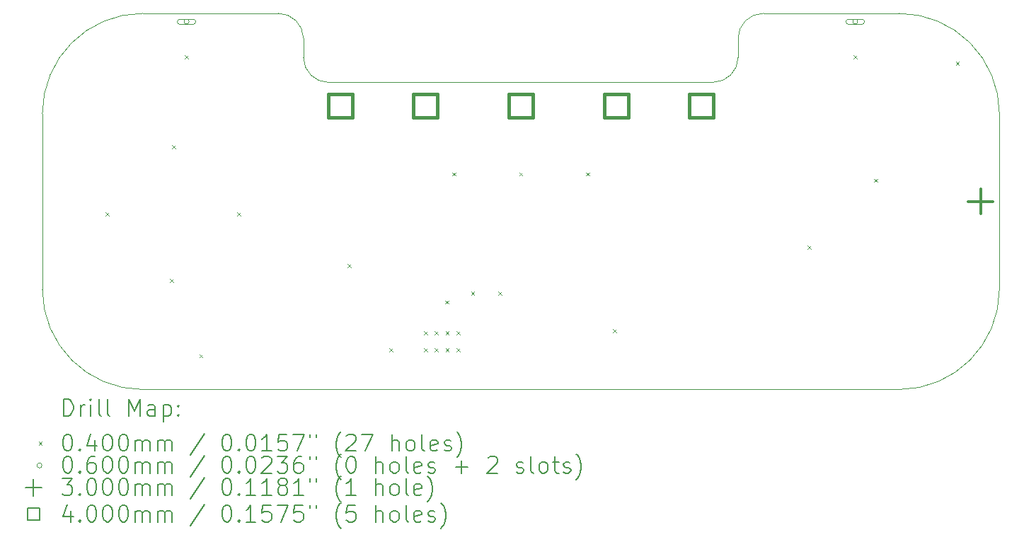
<source format=gbr>
%TF.GenerationSoftware,KiCad,Pcbnew,8.0.2-1*%
%TF.CreationDate,2024-07-01T16:56:07+01:00*%
%TF.ProjectId,solderbit-gamepad,736f6c64-6572-4626-9974-2d67616d6570,v1.4*%
%TF.SameCoordinates,Original*%
%TF.FileFunction,Drillmap*%
%TF.FilePolarity,Positive*%
%FSLAX45Y45*%
G04 Gerber Fmt 4.5, Leading zero omitted, Abs format (unit mm)*
G04 Created by KiCad (PCBNEW 8.0.2-1) date 2024-07-01 16:56:07*
%MOMM*%
%LPD*%
G01*
G04 APERTURE LIST*
%ADD10C,0.100000*%
%ADD11C,0.200000*%
%ADD12C,0.300000*%
%ADD13C,0.400000*%
G04 APERTURE END LIST*
D10*
X7524990Y-3651472D02*
G75*
G02*
X7825000Y-3949275I0J-300018D01*
G01*
X13326039Y-3651472D02*
X14951470Y-3651472D01*
X12725000Y-4476472D02*
X8125000Y-4476472D01*
X14951470Y-3651472D02*
G75*
G02*
X16151468Y-4851472I0J-1199998D01*
G01*
X13025000Y-4176470D02*
X13025000Y-3951470D01*
X16151472Y-4851472D02*
X16151472Y-6951472D01*
X16151472Y-6951472D02*
G75*
G02*
X14951472Y-8151472I-1200000J0D01*
G01*
X8125000Y-4476472D02*
G75*
G02*
X7825008Y-4176472I0J299992D01*
G01*
X4701472Y-4851472D02*
X4701472Y-6951472D01*
X14951472Y-8151472D02*
X5901472Y-8151472D01*
X4701472Y-4851472D02*
G75*
G02*
X5901472Y-3651472I1200000J0D01*
G01*
X7825000Y-4176472D02*
X7825000Y-3949275D01*
X13025000Y-3951470D02*
G75*
G02*
X13326039Y-3651472I300000J0D01*
G01*
X5901472Y-8151472D02*
G75*
G02*
X4701472Y-6951472I0J1200000D01*
G01*
X13025000Y-4176470D02*
G75*
G02*
X12725000Y-4476470I-300000J0D01*
G01*
X7524990Y-3651472D02*
X5901472Y-3651472D01*
D11*
D10*
X5455000Y-6030000D02*
X5495000Y-6070000D01*
X5495000Y-6030000D02*
X5455000Y-6070000D01*
X6230000Y-6830000D02*
X6270000Y-6870000D01*
X6270000Y-6830000D02*
X6230000Y-6870000D01*
X6255000Y-5230000D02*
X6295000Y-5270000D01*
X6295000Y-5230000D02*
X6255000Y-5270000D01*
X6405000Y-4155000D02*
X6445000Y-4195000D01*
X6445000Y-4155000D02*
X6405000Y-4195000D01*
X6580000Y-7730000D02*
X6620000Y-7770000D01*
X6620000Y-7730000D02*
X6580000Y-7770000D01*
X7030000Y-6030000D02*
X7070000Y-6070000D01*
X7070000Y-6030000D02*
X7030000Y-6070000D01*
X8355000Y-6647500D02*
X8395000Y-6687500D01*
X8395000Y-6647500D02*
X8355000Y-6687500D01*
X8855000Y-7655000D02*
X8895000Y-7695000D01*
X8895000Y-7655000D02*
X8855000Y-7695000D01*
X9264999Y-7455000D02*
X9304999Y-7495000D01*
X9304999Y-7455000D02*
X9264999Y-7495000D01*
X9264999Y-7655000D02*
X9304999Y-7695000D01*
X9304999Y-7655000D02*
X9264999Y-7695000D01*
X9394999Y-7455000D02*
X9434999Y-7495000D01*
X9434999Y-7455000D02*
X9394999Y-7495000D01*
X9394999Y-7655000D02*
X9434999Y-7695000D01*
X9434999Y-7655000D02*
X9394999Y-7695000D01*
X9522658Y-7086618D02*
X9562658Y-7126618D01*
X9562658Y-7086618D02*
X9522658Y-7126618D01*
X9525000Y-7455000D02*
X9565000Y-7495000D01*
X9565000Y-7455000D02*
X9525000Y-7495000D01*
X9525000Y-7655000D02*
X9565000Y-7695000D01*
X9565000Y-7655000D02*
X9525000Y-7695000D01*
X9605000Y-5555000D02*
X9645000Y-5595000D01*
X9645000Y-5555000D02*
X9605000Y-5595000D01*
X9655000Y-7455000D02*
X9695000Y-7495000D01*
X9695000Y-7455000D02*
X9655000Y-7495000D01*
X9655000Y-7655000D02*
X9695000Y-7695000D01*
X9695000Y-7655000D02*
X9655000Y-7695000D01*
X9830000Y-6980000D02*
X9870000Y-7020000D01*
X9870000Y-6980000D02*
X9830000Y-7020000D01*
X10155000Y-6980000D02*
X10195000Y-7020000D01*
X10195000Y-6980000D02*
X10155000Y-7020000D01*
X10406472Y-5555000D02*
X10446472Y-5595000D01*
X10446472Y-5555000D02*
X10406472Y-5595000D01*
X11205000Y-5555000D02*
X11245000Y-5595000D01*
X11245000Y-5555000D02*
X11205000Y-5595000D01*
X11530000Y-7430000D02*
X11570000Y-7470000D01*
X11570000Y-7430000D02*
X11530000Y-7470000D01*
X13855000Y-6430000D02*
X13895000Y-6470000D01*
X13895000Y-6430000D02*
X13855000Y-6470000D01*
X14405000Y-4155000D02*
X14445000Y-4195000D01*
X14445000Y-4155000D02*
X14405000Y-4195000D01*
X14655000Y-5630000D02*
X14695000Y-5670000D01*
X14695000Y-5630000D02*
X14655000Y-5670000D01*
X15630000Y-4230000D02*
X15670000Y-4270000D01*
X15670000Y-4230000D02*
X15630000Y-4270000D01*
X6456472Y-3751472D02*
G75*
G02*
X6396472Y-3751472I-30000J0D01*
G01*
X6396472Y-3751472D02*
G75*
G02*
X6456472Y-3751472I30000J0D01*
G01*
X6346472Y-3781472D02*
X6506472Y-3781472D01*
X6506472Y-3721472D02*
G75*
G02*
X6506472Y-3781472I0J-30000D01*
G01*
X6506472Y-3721472D02*
X6346472Y-3721472D01*
X6346472Y-3721472D02*
G75*
G03*
X6346472Y-3781472I0J-30000D01*
G01*
X14456472Y-3751472D02*
G75*
G02*
X14396472Y-3751472I-30000J0D01*
G01*
X14396472Y-3751472D02*
G75*
G02*
X14456472Y-3751472I30000J0D01*
G01*
X14346472Y-3781472D02*
X14506472Y-3781472D01*
X14506472Y-3721472D02*
G75*
G02*
X14506472Y-3781472I0J-30000D01*
G01*
X14506472Y-3721472D02*
X14346472Y-3721472D01*
X14346472Y-3721472D02*
G75*
G03*
X14346472Y-3781472I0J-30000D01*
G01*
D12*
X15926472Y-5751472D02*
X15926472Y-6051472D01*
X15776472Y-5901472D02*
X16076472Y-5901472D01*
D13*
X8408895Y-4897895D02*
X8408895Y-4615049D01*
X8126049Y-4615049D01*
X8126049Y-4897895D01*
X8408895Y-4897895D01*
X9424895Y-4897895D02*
X9424895Y-4615049D01*
X9142049Y-4615049D01*
X9142049Y-4897895D01*
X9424895Y-4897895D01*
X10567895Y-4897895D02*
X10567895Y-4615049D01*
X10285049Y-4615049D01*
X10285049Y-4897895D01*
X10567895Y-4897895D01*
X11710895Y-4897895D02*
X11710895Y-4615049D01*
X11428049Y-4615049D01*
X11428049Y-4897895D01*
X11710895Y-4897895D01*
X12726895Y-4897895D02*
X12726895Y-4615049D01*
X12444049Y-4615049D01*
X12444049Y-4897895D01*
X12726895Y-4897895D01*
D11*
X4957249Y-8467956D02*
X4957249Y-8267956D01*
X4957249Y-8267956D02*
X5004868Y-8267956D01*
X5004868Y-8267956D02*
X5033439Y-8277479D01*
X5033439Y-8277479D02*
X5052487Y-8296527D01*
X5052487Y-8296527D02*
X5062011Y-8315575D01*
X5062011Y-8315575D02*
X5071534Y-8353670D01*
X5071534Y-8353670D02*
X5071534Y-8382241D01*
X5071534Y-8382241D02*
X5062011Y-8420337D01*
X5062011Y-8420337D02*
X5052487Y-8439384D01*
X5052487Y-8439384D02*
X5033439Y-8458432D01*
X5033439Y-8458432D02*
X5004868Y-8467956D01*
X5004868Y-8467956D02*
X4957249Y-8467956D01*
X5157249Y-8467956D02*
X5157249Y-8334622D01*
X5157249Y-8372718D02*
X5166773Y-8353670D01*
X5166773Y-8353670D02*
X5176296Y-8344146D01*
X5176296Y-8344146D02*
X5195344Y-8334622D01*
X5195344Y-8334622D02*
X5214392Y-8334622D01*
X5281058Y-8467956D02*
X5281058Y-8334622D01*
X5281058Y-8267956D02*
X5271534Y-8277479D01*
X5271534Y-8277479D02*
X5281058Y-8287003D01*
X5281058Y-8287003D02*
X5290582Y-8277479D01*
X5290582Y-8277479D02*
X5281058Y-8267956D01*
X5281058Y-8267956D02*
X5281058Y-8287003D01*
X5404868Y-8467956D02*
X5385820Y-8458432D01*
X5385820Y-8458432D02*
X5376296Y-8439384D01*
X5376296Y-8439384D02*
X5376296Y-8267956D01*
X5509630Y-8467956D02*
X5490582Y-8458432D01*
X5490582Y-8458432D02*
X5481058Y-8439384D01*
X5481058Y-8439384D02*
X5481058Y-8267956D01*
X5738201Y-8467956D02*
X5738201Y-8267956D01*
X5738201Y-8267956D02*
X5804868Y-8410813D01*
X5804868Y-8410813D02*
X5871534Y-8267956D01*
X5871534Y-8267956D02*
X5871534Y-8467956D01*
X6052487Y-8467956D02*
X6052487Y-8363194D01*
X6052487Y-8363194D02*
X6042963Y-8344146D01*
X6042963Y-8344146D02*
X6023915Y-8334622D01*
X6023915Y-8334622D02*
X5985820Y-8334622D01*
X5985820Y-8334622D02*
X5966772Y-8344146D01*
X6052487Y-8458432D02*
X6033439Y-8467956D01*
X6033439Y-8467956D02*
X5985820Y-8467956D01*
X5985820Y-8467956D02*
X5966772Y-8458432D01*
X5966772Y-8458432D02*
X5957249Y-8439384D01*
X5957249Y-8439384D02*
X5957249Y-8420337D01*
X5957249Y-8420337D02*
X5966772Y-8401289D01*
X5966772Y-8401289D02*
X5985820Y-8391765D01*
X5985820Y-8391765D02*
X6033439Y-8391765D01*
X6033439Y-8391765D02*
X6052487Y-8382241D01*
X6147725Y-8334622D02*
X6147725Y-8534622D01*
X6147725Y-8344146D02*
X6166772Y-8334622D01*
X6166772Y-8334622D02*
X6204868Y-8334622D01*
X6204868Y-8334622D02*
X6223915Y-8344146D01*
X6223915Y-8344146D02*
X6233439Y-8353670D01*
X6233439Y-8353670D02*
X6242963Y-8372718D01*
X6242963Y-8372718D02*
X6242963Y-8429860D01*
X6242963Y-8429860D02*
X6233439Y-8448908D01*
X6233439Y-8448908D02*
X6223915Y-8458432D01*
X6223915Y-8458432D02*
X6204868Y-8467956D01*
X6204868Y-8467956D02*
X6166772Y-8467956D01*
X6166772Y-8467956D02*
X6147725Y-8458432D01*
X6328677Y-8448908D02*
X6338201Y-8458432D01*
X6338201Y-8458432D02*
X6328677Y-8467956D01*
X6328677Y-8467956D02*
X6319153Y-8458432D01*
X6319153Y-8458432D02*
X6328677Y-8448908D01*
X6328677Y-8448908D02*
X6328677Y-8467956D01*
X6328677Y-8344146D02*
X6338201Y-8353670D01*
X6338201Y-8353670D02*
X6328677Y-8363194D01*
X6328677Y-8363194D02*
X6319153Y-8353670D01*
X6319153Y-8353670D02*
X6328677Y-8344146D01*
X6328677Y-8344146D02*
X6328677Y-8363194D01*
D10*
X4656472Y-8776472D02*
X4696472Y-8816472D01*
X4696472Y-8776472D02*
X4656472Y-8816472D01*
D11*
X4995344Y-8687956D02*
X5014392Y-8687956D01*
X5014392Y-8687956D02*
X5033439Y-8697480D01*
X5033439Y-8697480D02*
X5042963Y-8707003D01*
X5042963Y-8707003D02*
X5052487Y-8726051D01*
X5052487Y-8726051D02*
X5062011Y-8764146D01*
X5062011Y-8764146D02*
X5062011Y-8811765D01*
X5062011Y-8811765D02*
X5052487Y-8849860D01*
X5052487Y-8849860D02*
X5042963Y-8868908D01*
X5042963Y-8868908D02*
X5033439Y-8878432D01*
X5033439Y-8878432D02*
X5014392Y-8887956D01*
X5014392Y-8887956D02*
X4995344Y-8887956D01*
X4995344Y-8887956D02*
X4976296Y-8878432D01*
X4976296Y-8878432D02*
X4966773Y-8868908D01*
X4966773Y-8868908D02*
X4957249Y-8849860D01*
X4957249Y-8849860D02*
X4947725Y-8811765D01*
X4947725Y-8811765D02*
X4947725Y-8764146D01*
X4947725Y-8764146D02*
X4957249Y-8726051D01*
X4957249Y-8726051D02*
X4966773Y-8707003D01*
X4966773Y-8707003D02*
X4976296Y-8697480D01*
X4976296Y-8697480D02*
X4995344Y-8687956D01*
X5147725Y-8868908D02*
X5157249Y-8878432D01*
X5157249Y-8878432D02*
X5147725Y-8887956D01*
X5147725Y-8887956D02*
X5138201Y-8878432D01*
X5138201Y-8878432D02*
X5147725Y-8868908D01*
X5147725Y-8868908D02*
X5147725Y-8887956D01*
X5328677Y-8754622D02*
X5328677Y-8887956D01*
X5281058Y-8678432D02*
X5233439Y-8821289D01*
X5233439Y-8821289D02*
X5357249Y-8821289D01*
X5471534Y-8687956D02*
X5490582Y-8687956D01*
X5490582Y-8687956D02*
X5509630Y-8697480D01*
X5509630Y-8697480D02*
X5519154Y-8707003D01*
X5519154Y-8707003D02*
X5528677Y-8726051D01*
X5528677Y-8726051D02*
X5538201Y-8764146D01*
X5538201Y-8764146D02*
X5538201Y-8811765D01*
X5538201Y-8811765D02*
X5528677Y-8849860D01*
X5528677Y-8849860D02*
X5519154Y-8868908D01*
X5519154Y-8868908D02*
X5509630Y-8878432D01*
X5509630Y-8878432D02*
X5490582Y-8887956D01*
X5490582Y-8887956D02*
X5471534Y-8887956D01*
X5471534Y-8887956D02*
X5452487Y-8878432D01*
X5452487Y-8878432D02*
X5442963Y-8868908D01*
X5442963Y-8868908D02*
X5433439Y-8849860D01*
X5433439Y-8849860D02*
X5423915Y-8811765D01*
X5423915Y-8811765D02*
X5423915Y-8764146D01*
X5423915Y-8764146D02*
X5433439Y-8726051D01*
X5433439Y-8726051D02*
X5442963Y-8707003D01*
X5442963Y-8707003D02*
X5452487Y-8697480D01*
X5452487Y-8697480D02*
X5471534Y-8687956D01*
X5662011Y-8687956D02*
X5681058Y-8687956D01*
X5681058Y-8687956D02*
X5700106Y-8697480D01*
X5700106Y-8697480D02*
X5709630Y-8707003D01*
X5709630Y-8707003D02*
X5719153Y-8726051D01*
X5719153Y-8726051D02*
X5728677Y-8764146D01*
X5728677Y-8764146D02*
X5728677Y-8811765D01*
X5728677Y-8811765D02*
X5719153Y-8849860D01*
X5719153Y-8849860D02*
X5709630Y-8868908D01*
X5709630Y-8868908D02*
X5700106Y-8878432D01*
X5700106Y-8878432D02*
X5681058Y-8887956D01*
X5681058Y-8887956D02*
X5662011Y-8887956D01*
X5662011Y-8887956D02*
X5642963Y-8878432D01*
X5642963Y-8878432D02*
X5633439Y-8868908D01*
X5633439Y-8868908D02*
X5623915Y-8849860D01*
X5623915Y-8849860D02*
X5614392Y-8811765D01*
X5614392Y-8811765D02*
X5614392Y-8764146D01*
X5614392Y-8764146D02*
X5623915Y-8726051D01*
X5623915Y-8726051D02*
X5633439Y-8707003D01*
X5633439Y-8707003D02*
X5642963Y-8697480D01*
X5642963Y-8697480D02*
X5662011Y-8687956D01*
X5814392Y-8887956D02*
X5814392Y-8754622D01*
X5814392Y-8773670D02*
X5823915Y-8764146D01*
X5823915Y-8764146D02*
X5842963Y-8754622D01*
X5842963Y-8754622D02*
X5871534Y-8754622D01*
X5871534Y-8754622D02*
X5890582Y-8764146D01*
X5890582Y-8764146D02*
X5900106Y-8783194D01*
X5900106Y-8783194D02*
X5900106Y-8887956D01*
X5900106Y-8783194D02*
X5909630Y-8764146D01*
X5909630Y-8764146D02*
X5928677Y-8754622D01*
X5928677Y-8754622D02*
X5957249Y-8754622D01*
X5957249Y-8754622D02*
X5976296Y-8764146D01*
X5976296Y-8764146D02*
X5985820Y-8783194D01*
X5985820Y-8783194D02*
X5985820Y-8887956D01*
X6081058Y-8887956D02*
X6081058Y-8754622D01*
X6081058Y-8773670D02*
X6090582Y-8764146D01*
X6090582Y-8764146D02*
X6109630Y-8754622D01*
X6109630Y-8754622D02*
X6138201Y-8754622D01*
X6138201Y-8754622D02*
X6157249Y-8764146D01*
X6157249Y-8764146D02*
X6166773Y-8783194D01*
X6166773Y-8783194D02*
X6166773Y-8887956D01*
X6166773Y-8783194D02*
X6176296Y-8764146D01*
X6176296Y-8764146D02*
X6195344Y-8754622D01*
X6195344Y-8754622D02*
X6223915Y-8754622D01*
X6223915Y-8754622D02*
X6242963Y-8764146D01*
X6242963Y-8764146D02*
X6252487Y-8783194D01*
X6252487Y-8783194D02*
X6252487Y-8887956D01*
X6642963Y-8678432D02*
X6471535Y-8935575D01*
X6900106Y-8687956D02*
X6919154Y-8687956D01*
X6919154Y-8687956D02*
X6938201Y-8697480D01*
X6938201Y-8697480D02*
X6947725Y-8707003D01*
X6947725Y-8707003D02*
X6957249Y-8726051D01*
X6957249Y-8726051D02*
X6966773Y-8764146D01*
X6966773Y-8764146D02*
X6966773Y-8811765D01*
X6966773Y-8811765D02*
X6957249Y-8849860D01*
X6957249Y-8849860D02*
X6947725Y-8868908D01*
X6947725Y-8868908D02*
X6938201Y-8878432D01*
X6938201Y-8878432D02*
X6919154Y-8887956D01*
X6919154Y-8887956D02*
X6900106Y-8887956D01*
X6900106Y-8887956D02*
X6881058Y-8878432D01*
X6881058Y-8878432D02*
X6871535Y-8868908D01*
X6871535Y-8868908D02*
X6862011Y-8849860D01*
X6862011Y-8849860D02*
X6852487Y-8811765D01*
X6852487Y-8811765D02*
X6852487Y-8764146D01*
X6852487Y-8764146D02*
X6862011Y-8726051D01*
X6862011Y-8726051D02*
X6871535Y-8707003D01*
X6871535Y-8707003D02*
X6881058Y-8697480D01*
X6881058Y-8697480D02*
X6900106Y-8687956D01*
X7052487Y-8868908D02*
X7062011Y-8878432D01*
X7062011Y-8878432D02*
X7052487Y-8887956D01*
X7052487Y-8887956D02*
X7042963Y-8878432D01*
X7042963Y-8878432D02*
X7052487Y-8868908D01*
X7052487Y-8868908D02*
X7052487Y-8887956D01*
X7185820Y-8687956D02*
X7204868Y-8687956D01*
X7204868Y-8687956D02*
X7223916Y-8697480D01*
X7223916Y-8697480D02*
X7233439Y-8707003D01*
X7233439Y-8707003D02*
X7242963Y-8726051D01*
X7242963Y-8726051D02*
X7252487Y-8764146D01*
X7252487Y-8764146D02*
X7252487Y-8811765D01*
X7252487Y-8811765D02*
X7242963Y-8849860D01*
X7242963Y-8849860D02*
X7233439Y-8868908D01*
X7233439Y-8868908D02*
X7223916Y-8878432D01*
X7223916Y-8878432D02*
X7204868Y-8887956D01*
X7204868Y-8887956D02*
X7185820Y-8887956D01*
X7185820Y-8887956D02*
X7166773Y-8878432D01*
X7166773Y-8878432D02*
X7157249Y-8868908D01*
X7157249Y-8868908D02*
X7147725Y-8849860D01*
X7147725Y-8849860D02*
X7138201Y-8811765D01*
X7138201Y-8811765D02*
X7138201Y-8764146D01*
X7138201Y-8764146D02*
X7147725Y-8726051D01*
X7147725Y-8726051D02*
X7157249Y-8707003D01*
X7157249Y-8707003D02*
X7166773Y-8697480D01*
X7166773Y-8697480D02*
X7185820Y-8687956D01*
X7442963Y-8887956D02*
X7328677Y-8887956D01*
X7385820Y-8887956D02*
X7385820Y-8687956D01*
X7385820Y-8687956D02*
X7366773Y-8716527D01*
X7366773Y-8716527D02*
X7347725Y-8735575D01*
X7347725Y-8735575D02*
X7328677Y-8745099D01*
X7623916Y-8687956D02*
X7528677Y-8687956D01*
X7528677Y-8687956D02*
X7519154Y-8783194D01*
X7519154Y-8783194D02*
X7528677Y-8773670D01*
X7528677Y-8773670D02*
X7547725Y-8764146D01*
X7547725Y-8764146D02*
X7595344Y-8764146D01*
X7595344Y-8764146D02*
X7614392Y-8773670D01*
X7614392Y-8773670D02*
X7623916Y-8783194D01*
X7623916Y-8783194D02*
X7633439Y-8802241D01*
X7633439Y-8802241D02*
X7633439Y-8849860D01*
X7633439Y-8849860D02*
X7623916Y-8868908D01*
X7623916Y-8868908D02*
X7614392Y-8878432D01*
X7614392Y-8878432D02*
X7595344Y-8887956D01*
X7595344Y-8887956D02*
X7547725Y-8887956D01*
X7547725Y-8887956D02*
X7528677Y-8878432D01*
X7528677Y-8878432D02*
X7519154Y-8868908D01*
X7700106Y-8687956D02*
X7833439Y-8687956D01*
X7833439Y-8687956D02*
X7747725Y-8887956D01*
X7900106Y-8687956D02*
X7900106Y-8726051D01*
X7976297Y-8687956D02*
X7976297Y-8726051D01*
X8271535Y-8964146D02*
X8262011Y-8954622D01*
X8262011Y-8954622D02*
X8242963Y-8926051D01*
X8242963Y-8926051D02*
X8233439Y-8907003D01*
X8233439Y-8907003D02*
X8223916Y-8878432D01*
X8223916Y-8878432D02*
X8214392Y-8830813D01*
X8214392Y-8830813D02*
X8214392Y-8792718D01*
X8214392Y-8792718D02*
X8223916Y-8745099D01*
X8223916Y-8745099D02*
X8233439Y-8716527D01*
X8233439Y-8716527D02*
X8242963Y-8697480D01*
X8242963Y-8697480D02*
X8262011Y-8668908D01*
X8262011Y-8668908D02*
X8271535Y-8659384D01*
X8338201Y-8707003D02*
X8347725Y-8697480D01*
X8347725Y-8697480D02*
X8366773Y-8687956D01*
X8366773Y-8687956D02*
X8414392Y-8687956D01*
X8414392Y-8687956D02*
X8433440Y-8697480D01*
X8433440Y-8697480D02*
X8442963Y-8707003D01*
X8442963Y-8707003D02*
X8452487Y-8726051D01*
X8452487Y-8726051D02*
X8452487Y-8745099D01*
X8452487Y-8745099D02*
X8442963Y-8773670D01*
X8442963Y-8773670D02*
X8328678Y-8887956D01*
X8328678Y-8887956D02*
X8452487Y-8887956D01*
X8519154Y-8687956D02*
X8652487Y-8687956D01*
X8652487Y-8687956D02*
X8566773Y-8887956D01*
X8881059Y-8887956D02*
X8881059Y-8687956D01*
X8966773Y-8887956D02*
X8966773Y-8783194D01*
X8966773Y-8783194D02*
X8957249Y-8764146D01*
X8957249Y-8764146D02*
X8938202Y-8754622D01*
X8938202Y-8754622D02*
X8909630Y-8754622D01*
X8909630Y-8754622D02*
X8890582Y-8764146D01*
X8890582Y-8764146D02*
X8881059Y-8773670D01*
X9090582Y-8887956D02*
X9071535Y-8878432D01*
X9071535Y-8878432D02*
X9062011Y-8868908D01*
X9062011Y-8868908D02*
X9052487Y-8849860D01*
X9052487Y-8849860D02*
X9052487Y-8792718D01*
X9052487Y-8792718D02*
X9062011Y-8773670D01*
X9062011Y-8773670D02*
X9071535Y-8764146D01*
X9071535Y-8764146D02*
X9090582Y-8754622D01*
X9090582Y-8754622D02*
X9119154Y-8754622D01*
X9119154Y-8754622D02*
X9138202Y-8764146D01*
X9138202Y-8764146D02*
X9147725Y-8773670D01*
X9147725Y-8773670D02*
X9157249Y-8792718D01*
X9157249Y-8792718D02*
X9157249Y-8849860D01*
X9157249Y-8849860D02*
X9147725Y-8868908D01*
X9147725Y-8868908D02*
X9138202Y-8878432D01*
X9138202Y-8878432D02*
X9119154Y-8887956D01*
X9119154Y-8887956D02*
X9090582Y-8887956D01*
X9271535Y-8887956D02*
X9252487Y-8878432D01*
X9252487Y-8878432D02*
X9242963Y-8859384D01*
X9242963Y-8859384D02*
X9242963Y-8687956D01*
X9423916Y-8878432D02*
X9404868Y-8887956D01*
X9404868Y-8887956D02*
X9366773Y-8887956D01*
X9366773Y-8887956D02*
X9347725Y-8878432D01*
X9347725Y-8878432D02*
X9338202Y-8859384D01*
X9338202Y-8859384D02*
X9338202Y-8783194D01*
X9338202Y-8783194D02*
X9347725Y-8764146D01*
X9347725Y-8764146D02*
X9366773Y-8754622D01*
X9366773Y-8754622D02*
X9404868Y-8754622D01*
X9404868Y-8754622D02*
X9423916Y-8764146D01*
X9423916Y-8764146D02*
X9433440Y-8783194D01*
X9433440Y-8783194D02*
X9433440Y-8802241D01*
X9433440Y-8802241D02*
X9338202Y-8821289D01*
X9509630Y-8878432D02*
X9528678Y-8887956D01*
X9528678Y-8887956D02*
X9566773Y-8887956D01*
X9566773Y-8887956D02*
X9585821Y-8878432D01*
X9585821Y-8878432D02*
X9595344Y-8859384D01*
X9595344Y-8859384D02*
X9595344Y-8849860D01*
X9595344Y-8849860D02*
X9585821Y-8830813D01*
X9585821Y-8830813D02*
X9566773Y-8821289D01*
X9566773Y-8821289D02*
X9538202Y-8821289D01*
X9538202Y-8821289D02*
X9519154Y-8811765D01*
X9519154Y-8811765D02*
X9509630Y-8792718D01*
X9509630Y-8792718D02*
X9509630Y-8783194D01*
X9509630Y-8783194D02*
X9519154Y-8764146D01*
X9519154Y-8764146D02*
X9538202Y-8754622D01*
X9538202Y-8754622D02*
X9566773Y-8754622D01*
X9566773Y-8754622D02*
X9585821Y-8764146D01*
X9662011Y-8964146D02*
X9671535Y-8954622D01*
X9671535Y-8954622D02*
X9690583Y-8926051D01*
X9690583Y-8926051D02*
X9700106Y-8907003D01*
X9700106Y-8907003D02*
X9709630Y-8878432D01*
X9709630Y-8878432D02*
X9719154Y-8830813D01*
X9719154Y-8830813D02*
X9719154Y-8792718D01*
X9719154Y-8792718D02*
X9709630Y-8745099D01*
X9709630Y-8745099D02*
X9700106Y-8716527D01*
X9700106Y-8716527D02*
X9690583Y-8697480D01*
X9690583Y-8697480D02*
X9671535Y-8668908D01*
X9671535Y-8668908D02*
X9662011Y-8659384D01*
D10*
X4696472Y-9060472D02*
G75*
G02*
X4636472Y-9060472I-30000J0D01*
G01*
X4636472Y-9060472D02*
G75*
G02*
X4696472Y-9060472I30000J0D01*
G01*
D11*
X4995344Y-8951956D02*
X5014392Y-8951956D01*
X5014392Y-8951956D02*
X5033439Y-8961480D01*
X5033439Y-8961480D02*
X5042963Y-8971003D01*
X5042963Y-8971003D02*
X5052487Y-8990051D01*
X5052487Y-8990051D02*
X5062011Y-9028146D01*
X5062011Y-9028146D02*
X5062011Y-9075765D01*
X5062011Y-9075765D02*
X5052487Y-9113860D01*
X5052487Y-9113860D02*
X5042963Y-9132908D01*
X5042963Y-9132908D02*
X5033439Y-9142432D01*
X5033439Y-9142432D02*
X5014392Y-9151956D01*
X5014392Y-9151956D02*
X4995344Y-9151956D01*
X4995344Y-9151956D02*
X4976296Y-9142432D01*
X4976296Y-9142432D02*
X4966773Y-9132908D01*
X4966773Y-9132908D02*
X4957249Y-9113860D01*
X4957249Y-9113860D02*
X4947725Y-9075765D01*
X4947725Y-9075765D02*
X4947725Y-9028146D01*
X4947725Y-9028146D02*
X4957249Y-8990051D01*
X4957249Y-8990051D02*
X4966773Y-8971003D01*
X4966773Y-8971003D02*
X4976296Y-8961480D01*
X4976296Y-8961480D02*
X4995344Y-8951956D01*
X5147725Y-9132908D02*
X5157249Y-9142432D01*
X5157249Y-9142432D02*
X5147725Y-9151956D01*
X5147725Y-9151956D02*
X5138201Y-9142432D01*
X5138201Y-9142432D02*
X5147725Y-9132908D01*
X5147725Y-9132908D02*
X5147725Y-9151956D01*
X5328677Y-8951956D02*
X5290582Y-8951956D01*
X5290582Y-8951956D02*
X5271534Y-8961480D01*
X5271534Y-8961480D02*
X5262011Y-8971003D01*
X5262011Y-8971003D02*
X5242963Y-8999575D01*
X5242963Y-8999575D02*
X5233439Y-9037670D01*
X5233439Y-9037670D02*
X5233439Y-9113860D01*
X5233439Y-9113860D02*
X5242963Y-9132908D01*
X5242963Y-9132908D02*
X5252487Y-9142432D01*
X5252487Y-9142432D02*
X5271534Y-9151956D01*
X5271534Y-9151956D02*
X5309630Y-9151956D01*
X5309630Y-9151956D02*
X5328677Y-9142432D01*
X5328677Y-9142432D02*
X5338201Y-9132908D01*
X5338201Y-9132908D02*
X5347725Y-9113860D01*
X5347725Y-9113860D02*
X5347725Y-9066241D01*
X5347725Y-9066241D02*
X5338201Y-9047194D01*
X5338201Y-9047194D02*
X5328677Y-9037670D01*
X5328677Y-9037670D02*
X5309630Y-9028146D01*
X5309630Y-9028146D02*
X5271534Y-9028146D01*
X5271534Y-9028146D02*
X5252487Y-9037670D01*
X5252487Y-9037670D02*
X5242963Y-9047194D01*
X5242963Y-9047194D02*
X5233439Y-9066241D01*
X5471534Y-8951956D02*
X5490582Y-8951956D01*
X5490582Y-8951956D02*
X5509630Y-8961480D01*
X5509630Y-8961480D02*
X5519154Y-8971003D01*
X5519154Y-8971003D02*
X5528677Y-8990051D01*
X5528677Y-8990051D02*
X5538201Y-9028146D01*
X5538201Y-9028146D02*
X5538201Y-9075765D01*
X5538201Y-9075765D02*
X5528677Y-9113860D01*
X5528677Y-9113860D02*
X5519154Y-9132908D01*
X5519154Y-9132908D02*
X5509630Y-9142432D01*
X5509630Y-9142432D02*
X5490582Y-9151956D01*
X5490582Y-9151956D02*
X5471534Y-9151956D01*
X5471534Y-9151956D02*
X5452487Y-9142432D01*
X5452487Y-9142432D02*
X5442963Y-9132908D01*
X5442963Y-9132908D02*
X5433439Y-9113860D01*
X5433439Y-9113860D02*
X5423915Y-9075765D01*
X5423915Y-9075765D02*
X5423915Y-9028146D01*
X5423915Y-9028146D02*
X5433439Y-8990051D01*
X5433439Y-8990051D02*
X5442963Y-8971003D01*
X5442963Y-8971003D02*
X5452487Y-8961480D01*
X5452487Y-8961480D02*
X5471534Y-8951956D01*
X5662011Y-8951956D02*
X5681058Y-8951956D01*
X5681058Y-8951956D02*
X5700106Y-8961480D01*
X5700106Y-8961480D02*
X5709630Y-8971003D01*
X5709630Y-8971003D02*
X5719153Y-8990051D01*
X5719153Y-8990051D02*
X5728677Y-9028146D01*
X5728677Y-9028146D02*
X5728677Y-9075765D01*
X5728677Y-9075765D02*
X5719153Y-9113860D01*
X5719153Y-9113860D02*
X5709630Y-9132908D01*
X5709630Y-9132908D02*
X5700106Y-9142432D01*
X5700106Y-9142432D02*
X5681058Y-9151956D01*
X5681058Y-9151956D02*
X5662011Y-9151956D01*
X5662011Y-9151956D02*
X5642963Y-9142432D01*
X5642963Y-9142432D02*
X5633439Y-9132908D01*
X5633439Y-9132908D02*
X5623915Y-9113860D01*
X5623915Y-9113860D02*
X5614392Y-9075765D01*
X5614392Y-9075765D02*
X5614392Y-9028146D01*
X5614392Y-9028146D02*
X5623915Y-8990051D01*
X5623915Y-8990051D02*
X5633439Y-8971003D01*
X5633439Y-8971003D02*
X5642963Y-8961480D01*
X5642963Y-8961480D02*
X5662011Y-8951956D01*
X5814392Y-9151956D02*
X5814392Y-9018622D01*
X5814392Y-9037670D02*
X5823915Y-9028146D01*
X5823915Y-9028146D02*
X5842963Y-9018622D01*
X5842963Y-9018622D02*
X5871534Y-9018622D01*
X5871534Y-9018622D02*
X5890582Y-9028146D01*
X5890582Y-9028146D02*
X5900106Y-9047194D01*
X5900106Y-9047194D02*
X5900106Y-9151956D01*
X5900106Y-9047194D02*
X5909630Y-9028146D01*
X5909630Y-9028146D02*
X5928677Y-9018622D01*
X5928677Y-9018622D02*
X5957249Y-9018622D01*
X5957249Y-9018622D02*
X5976296Y-9028146D01*
X5976296Y-9028146D02*
X5985820Y-9047194D01*
X5985820Y-9047194D02*
X5985820Y-9151956D01*
X6081058Y-9151956D02*
X6081058Y-9018622D01*
X6081058Y-9037670D02*
X6090582Y-9028146D01*
X6090582Y-9028146D02*
X6109630Y-9018622D01*
X6109630Y-9018622D02*
X6138201Y-9018622D01*
X6138201Y-9018622D02*
X6157249Y-9028146D01*
X6157249Y-9028146D02*
X6166773Y-9047194D01*
X6166773Y-9047194D02*
X6166773Y-9151956D01*
X6166773Y-9047194D02*
X6176296Y-9028146D01*
X6176296Y-9028146D02*
X6195344Y-9018622D01*
X6195344Y-9018622D02*
X6223915Y-9018622D01*
X6223915Y-9018622D02*
X6242963Y-9028146D01*
X6242963Y-9028146D02*
X6252487Y-9047194D01*
X6252487Y-9047194D02*
X6252487Y-9151956D01*
X6642963Y-8942432D02*
X6471535Y-9199575D01*
X6900106Y-8951956D02*
X6919154Y-8951956D01*
X6919154Y-8951956D02*
X6938201Y-8961480D01*
X6938201Y-8961480D02*
X6947725Y-8971003D01*
X6947725Y-8971003D02*
X6957249Y-8990051D01*
X6957249Y-8990051D02*
X6966773Y-9028146D01*
X6966773Y-9028146D02*
X6966773Y-9075765D01*
X6966773Y-9075765D02*
X6957249Y-9113860D01*
X6957249Y-9113860D02*
X6947725Y-9132908D01*
X6947725Y-9132908D02*
X6938201Y-9142432D01*
X6938201Y-9142432D02*
X6919154Y-9151956D01*
X6919154Y-9151956D02*
X6900106Y-9151956D01*
X6900106Y-9151956D02*
X6881058Y-9142432D01*
X6881058Y-9142432D02*
X6871535Y-9132908D01*
X6871535Y-9132908D02*
X6862011Y-9113860D01*
X6862011Y-9113860D02*
X6852487Y-9075765D01*
X6852487Y-9075765D02*
X6852487Y-9028146D01*
X6852487Y-9028146D02*
X6862011Y-8990051D01*
X6862011Y-8990051D02*
X6871535Y-8971003D01*
X6871535Y-8971003D02*
X6881058Y-8961480D01*
X6881058Y-8961480D02*
X6900106Y-8951956D01*
X7052487Y-9132908D02*
X7062011Y-9142432D01*
X7062011Y-9142432D02*
X7052487Y-9151956D01*
X7052487Y-9151956D02*
X7042963Y-9142432D01*
X7042963Y-9142432D02*
X7052487Y-9132908D01*
X7052487Y-9132908D02*
X7052487Y-9151956D01*
X7185820Y-8951956D02*
X7204868Y-8951956D01*
X7204868Y-8951956D02*
X7223916Y-8961480D01*
X7223916Y-8961480D02*
X7233439Y-8971003D01*
X7233439Y-8971003D02*
X7242963Y-8990051D01*
X7242963Y-8990051D02*
X7252487Y-9028146D01*
X7252487Y-9028146D02*
X7252487Y-9075765D01*
X7252487Y-9075765D02*
X7242963Y-9113860D01*
X7242963Y-9113860D02*
X7233439Y-9132908D01*
X7233439Y-9132908D02*
X7223916Y-9142432D01*
X7223916Y-9142432D02*
X7204868Y-9151956D01*
X7204868Y-9151956D02*
X7185820Y-9151956D01*
X7185820Y-9151956D02*
X7166773Y-9142432D01*
X7166773Y-9142432D02*
X7157249Y-9132908D01*
X7157249Y-9132908D02*
X7147725Y-9113860D01*
X7147725Y-9113860D02*
X7138201Y-9075765D01*
X7138201Y-9075765D02*
X7138201Y-9028146D01*
X7138201Y-9028146D02*
X7147725Y-8990051D01*
X7147725Y-8990051D02*
X7157249Y-8971003D01*
X7157249Y-8971003D02*
X7166773Y-8961480D01*
X7166773Y-8961480D02*
X7185820Y-8951956D01*
X7328677Y-8971003D02*
X7338201Y-8961480D01*
X7338201Y-8961480D02*
X7357249Y-8951956D01*
X7357249Y-8951956D02*
X7404868Y-8951956D01*
X7404868Y-8951956D02*
X7423916Y-8961480D01*
X7423916Y-8961480D02*
X7433439Y-8971003D01*
X7433439Y-8971003D02*
X7442963Y-8990051D01*
X7442963Y-8990051D02*
X7442963Y-9009099D01*
X7442963Y-9009099D02*
X7433439Y-9037670D01*
X7433439Y-9037670D02*
X7319154Y-9151956D01*
X7319154Y-9151956D02*
X7442963Y-9151956D01*
X7509630Y-8951956D02*
X7633439Y-8951956D01*
X7633439Y-8951956D02*
X7566773Y-9028146D01*
X7566773Y-9028146D02*
X7595344Y-9028146D01*
X7595344Y-9028146D02*
X7614392Y-9037670D01*
X7614392Y-9037670D02*
X7623916Y-9047194D01*
X7623916Y-9047194D02*
X7633439Y-9066241D01*
X7633439Y-9066241D02*
X7633439Y-9113860D01*
X7633439Y-9113860D02*
X7623916Y-9132908D01*
X7623916Y-9132908D02*
X7614392Y-9142432D01*
X7614392Y-9142432D02*
X7595344Y-9151956D01*
X7595344Y-9151956D02*
X7538201Y-9151956D01*
X7538201Y-9151956D02*
X7519154Y-9142432D01*
X7519154Y-9142432D02*
X7509630Y-9132908D01*
X7804868Y-8951956D02*
X7766773Y-8951956D01*
X7766773Y-8951956D02*
X7747725Y-8961480D01*
X7747725Y-8961480D02*
X7738201Y-8971003D01*
X7738201Y-8971003D02*
X7719154Y-8999575D01*
X7719154Y-8999575D02*
X7709630Y-9037670D01*
X7709630Y-9037670D02*
X7709630Y-9113860D01*
X7709630Y-9113860D02*
X7719154Y-9132908D01*
X7719154Y-9132908D02*
X7728677Y-9142432D01*
X7728677Y-9142432D02*
X7747725Y-9151956D01*
X7747725Y-9151956D02*
X7785820Y-9151956D01*
X7785820Y-9151956D02*
X7804868Y-9142432D01*
X7804868Y-9142432D02*
X7814392Y-9132908D01*
X7814392Y-9132908D02*
X7823916Y-9113860D01*
X7823916Y-9113860D02*
X7823916Y-9066241D01*
X7823916Y-9066241D02*
X7814392Y-9047194D01*
X7814392Y-9047194D02*
X7804868Y-9037670D01*
X7804868Y-9037670D02*
X7785820Y-9028146D01*
X7785820Y-9028146D02*
X7747725Y-9028146D01*
X7747725Y-9028146D02*
X7728677Y-9037670D01*
X7728677Y-9037670D02*
X7719154Y-9047194D01*
X7719154Y-9047194D02*
X7709630Y-9066241D01*
X7900106Y-8951956D02*
X7900106Y-8990051D01*
X7976297Y-8951956D02*
X7976297Y-8990051D01*
X8271535Y-9228146D02*
X8262011Y-9218622D01*
X8262011Y-9218622D02*
X8242963Y-9190051D01*
X8242963Y-9190051D02*
X8233439Y-9171003D01*
X8233439Y-9171003D02*
X8223916Y-9142432D01*
X8223916Y-9142432D02*
X8214392Y-9094813D01*
X8214392Y-9094813D02*
X8214392Y-9056718D01*
X8214392Y-9056718D02*
X8223916Y-9009099D01*
X8223916Y-9009099D02*
X8233439Y-8980527D01*
X8233439Y-8980527D02*
X8242963Y-8961480D01*
X8242963Y-8961480D02*
X8262011Y-8932908D01*
X8262011Y-8932908D02*
X8271535Y-8923384D01*
X8385820Y-8951956D02*
X8404868Y-8951956D01*
X8404868Y-8951956D02*
X8423916Y-8961480D01*
X8423916Y-8961480D02*
X8433440Y-8971003D01*
X8433440Y-8971003D02*
X8442963Y-8990051D01*
X8442963Y-8990051D02*
X8452487Y-9028146D01*
X8452487Y-9028146D02*
X8452487Y-9075765D01*
X8452487Y-9075765D02*
X8442963Y-9113860D01*
X8442963Y-9113860D02*
X8433440Y-9132908D01*
X8433440Y-9132908D02*
X8423916Y-9142432D01*
X8423916Y-9142432D02*
X8404868Y-9151956D01*
X8404868Y-9151956D02*
X8385820Y-9151956D01*
X8385820Y-9151956D02*
X8366773Y-9142432D01*
X8366773Y-9142432D02*
X8357249Y-9132908D01*
X8357249Y-9132908D02*
X8347725Y-9113860D01*
X8347725Y-9113860D02*
X8338201Y-9075765D01*
X8338201Y-9075765D02*
X8338201Y-9028146D01*
X8338201Y-9028146D02*
X8347725Y-8990051D01*
X8347725Y-8990051D02*
X8357249Y-8971003D01*
X8357249Y-8971003D02*
X8366773Y-8961480D01*
X8366773Y-8961480D02*
X8385820Y-8951956D01*
X8690582Y-9151956D02*
X8690582Y-8951956D01*
X8776297Y-9151956D02*
X8776297Y-9047194D01*
X8776297Y-9047194D02*
X8766773Y-9028146D01*
X8766773Y-9028146D02*
X8747725Y-9018622D01*
X8747725Y-9018622D02*
X8719154Y-9018622D01*
X8719154Y-9018622D02*
X8700106Y-9028146D01*
X8700106Y-9028146D02*
X8690582Y-9037670D01*
X8900106Y-9151956D02*
X8881059Y-9142432D01*
X8881059Y-9142432D02*
X8871535Y-9132908D01*
X8871535Y-9132908D02*
X8862011Y-9113860D01*
X8862011Y-9113860D02*
X8862011Y-9056718D01*
X8862011Y-9056718D02*
X8871535Y-9037670D01*
X8871535Y-9037670D02*
X8881059Y-9028146D01*
X8881059Y-9028146D02*
X8900106Y-9018622D01*
X8900106Y-9018622D02*
X8928678Y-9018622D01*
X8928678Y-9018622D02*
X8947725Y-9028146D01*
X8947725Y-9028146D02*
X8957249Y-9037670D01*
X8957249Y-9037670D02*
X8966773Y-9056718D01*
X8966773Y-9056718D02*
X8966773Y-9113860D01*
X8966773Y-9113860D02*
X8957249Y-9132908D01*
X8957249Y-9132908D02*
X8947725Y-9142432D01*
X8947725Y-9142432D02*
X8928678Y-9151956D01*
X8928678Y-9151956D02*
X8900106Y-9151956D01*
X9081059Y-9151956D02*
X9062011Y-9142432D01*
X9062011Y-9142432D02*
X9052487Y-9123384D01*
X9052487Y-9123384D02*
X9052487Y-8951956D01*
X9233440Y-9142432D02*
X9214392Y-9151956D01*
X9214392Y-9151956D02*
X9176297Y-9151956D01*
X9176297Y-9151956D02*
X9157249Y-9142432D01*
X9157249Y-9142432D02*
X9147725Y-9123384D01*
X9147725Y-9123384D02*
X9147725Y-9047194D01*
X9147725Y-9047194D02*
X9157249Y-9028146D01*
X9157249Y-9028146D02*
X9176297Y-9018622D01*
X9176297Y-9018622D02*
X9214392Y-9018622D01*
X9214392Y-9018622D02*
X9233440Y-9028146D01*
X9233440Y-9028146D02*
X9242963Y-9047194D01*
X9242963Y-9047194D02*
X9242963Y-9066241D01*
X9242963Y-9066241D02*
X9147725Y-9085289D01*
X9319154Y-9142432D02*
X9338202Y-9151956D01*
X9338202Y-9151956D02*
X9376297Y-9151956D01*
X9376297Y-9151956D02*
X9395344Y-9142432D01*
X9395344Y-9142432D02*
X9404868Y-9123384D01*
X9404868Y-9123384D02*
X9404868Y-9113860D01*
X9404868Y-9113860D02*
X9395344Y-9094813D01*
X9395344Y-9094813D02*
X9376297Y-9085289D01*
X9376297Y-9085289D02*
X9347725Y-9085289D01*
X9347725Y-9085289D02*
X9328678Y-9075765D01*
X9328678Y-9075765D02*
X9319154Y-9056718D01*
X9319154Y-9056718D02*
X9319154Y-9047194D01*
X9319154Y-9047194D02*
X9328678Y-9028146D01*
X9328678Y-9028146D02*
X9347725Y-9018622D01*
X9347725Y-9018622D02*
X9376297Y-9018622D01*
X9376297Y-9018622D02*
X9395344Y-9028146D01*
X9642964Y-9075765D02*
X9795345Y-9075765D01*
X9719154Y-9151956D02*
X9719154Y-8999575D01*
X10033440Y-8971003D02*
X10042964Y-8961480D01*
X10042964Y-8961480D02*
X10062011Y-8951956D01*
X10062011Y-8951956D02*
X10109630Y-8951956D01*
X10109630Y-8951956D02*
X10128678Y-8961480D01*
X10128678Y-8961480D02*
X10138202Y-8971003D01*
X10138202Y-8971003D02*
X10147725Y-8990051D01*
X10147725Y-8990051D02*
X10147725Y-9009099D01*
X10147725Y-9009099D02*
X10138202Y-9037670D01*
X10138202Y-9037670D02*
X10023916Y-9151956D01*
X10023916Y-9151956D02*
X10147725Y-9151956D01*
X10376297Y-9142432D02*
X10395345Y-9151956D01*
X10395345Y-9151956D02*
X10433440Y-9151956D01*
X10433440Y-9151956D02*
X10452487Y-9142432D01*
X10452487Y-9142432D02*
X10462011Y-9123384D01*
X10462011Y-9123384D02*
X10462011Y-9113860D01*
X10462011Y-9113860D02*
X10452487Y-9094813D01*
X10452487Y-9094813D02*
X10433440Y-9085289D01*
X10433440Y-9085289D02*
X10404868Y-9085289D01*
X10404868Y-9085289D02*
X10385821Y-9075765D01*
X10385821Y-9075765D02*
X10376297Y-9056718D01*
X10376297Y-9056718D02*
X10376297Y-9047194D01*
X10376297Y-9047194D02*
X10385821Y-9028146D01*
X10385821Y-9028146D02*
X10404868Y-9018622D01*
X10404868Y-9018622D02*
X10433440Y-9018622D01*
X10433440Y-9018622D02*
X10452487Y-9028146D01*
X10576297Y-9151956D02*
X10557249Y-9142432D01*
X10557249Y-9142432D02*
X10547726Y-9123384D01*
X10547726Y-9123384D02*
X10547726Y-8951956D01*
X10681059Y-9151956D02*
X10662011Y-9142432D01*
X10662011Y-9142432D02*
X10652487Y-9132908D01*
X10652487Y-9132908D02*
X10642964Y-9113860D01*
X10642964Y-9113860D02*
X10642964Y-9056718D01*
X10642964Y-9056718D02*
X10652487Y-9037670D01*
X10652487Y-9037670D02*
X10662011Y-9028146D01*
X10662011Y-9028146D02*
X10681059Y-9018622D01*
X10681059Y-9018622D02*
X10709630Y-9018622D01*
X10709630Y-9018622D02*
X10728678Y-9028146D01*
X10728678Y-9028146D02*
X10738202Y-9037670D01*
X10738202Y-9037670D02*
X10747726Y-9056718D01*
X10747726Y-9056718D02*
X10747726Y-9113860D01*
X10747726Y-9113860D02*
X10738202Y-9132908D01*
X10738202Y-9132908D02*
X10728678Y-9142432D01*
X10728678Y-9142432D02*
X10709630Y-9151956D01*
X10709630Y-9151956D02*
X10681059Y-9151956D01*
X10804868Y-9018622D02*
X10881059Y-9018622D01*
X10833440Y-8951956D02*
X10833440Y-9123384D01*
X10833440Y-9123384D02*
X10842964Y-9142432D01*
X10842964Y-9142432D02*
X10862011Y-9151956D01*
X10862011Y-9151956D02*
X10881059Y-9151956D01*
X10938202Y-9142432D02*
X10957249Y-9151956D01*
X10957249Y-9151956D02*
X10995345Y-9151956D01*
X10995345Y-9151956D02*
X11014392Y-9142432D01*
X11014392Y-9142432D02*
X11023916Y-9123384D01*
X11023916Y-9123384D02*
X11023916Y-9113860D01*
X11023916Y-9113860D02*
X11014392Y-9094813D01*
X11014392Y-9094813D02*
X10995345Y-9085289D01*
X10995345Y-9085289D02*
X10966773Y-9085289D01*
X10966773Y-9085289D02*
X10947726Y-9075765D01*
X10947726Y-9075765D02*
X10938202Y-9056718D01*
X10938202Y-9056718D02*
X10938202Y-9047194D01*
X10938202Y-9047194D02*
X10947726Y-9028146D01*
X10947726Y-9028146D02*
X10966773Y-9018622D01*
X10966773Y-9018622D02*
X10995345Y-9018622D01*
X10995345Y-9018622D02*
X11014392Y-9028146D01*
X11090583Y-9228146D02*
X11100107Y-9218622D01*
X11100107Y-9218622D02*
X11119154Y-9190051D01*
X11119154Y-9190051D02*
X11128678Y-9171003D01*
X11128678Y-9171003D02*
X11138202Y-9142432D01*
X11138202Y-9142432D02*
X11147726Y-9094813D01*
X11147726Y-9094813D02*
X11147726Y-9056718D01*
X11147726Y-9056718D02*
X11138202Y-9009099D01*
X11138202Y-9009099D02*
X11128678Y-8980527D01*
X11128678Y-8980527D02*
X11119154Y-8961480D01*
X11119154Y-8961480D02*
X11100107Y-8932908D01*
X11100107Y-8932908D02*
X11090583Y-8923384D01*
X4596472Y-9224472D02*
X4596472Y-9424472D01*
X4496472Y-9324472D02*
X4696472Y-9324472D01*
X4938201Y-9215956D02*
X5062011Y-9215956D01*
X5062011Y-9215956D02*
X4995344Y-9292146D01*
X4995344Y-9292146D02*
X5023915Y-9292146D01*
X5023915Y-9292146D02*
X5042963Y-9301670D01*
X5042963Y-9301670D02*
X5052487Y-9311194D01*
X5052487Y-9311194D02*
X5062011Y-9330241D01*
X5062011Y-9330241D02*
X5062011Y-9377860D01*
X5062011Y-9377860D02*
X5052487Y-9396908D01*
X5052487Y-9396908D02*
X5042963Y-9406432D01*
X5042963Y-9406432D02*
X5023915Y-9415956D01*
X5023915Y-9415956D02*
X4966773Y-9415956D01*
X4966773Y-9415956D02*
X4947725Y-9406432D01*
X4947725Y-9406432D02*
X4938201Y-9396908D01*
X5147725Y-9396908D02*
X5157249Y-9406432D01*
X5157249Y-9406432D02*
X5147725Y-9415956D01*
X5147725Y-9415956D02*
X5138201Y-9406432D01*
X5138201Y-9406432D02*
X5147725Y-9396908D01*
X5147725Y-9396908D02*
X5147725Y-9415956D01*
X5281058Y-9215956D02*
X5300106Y-9215956D01*
X5300106Y-9215956D02*
X5319154Y-9225480D01*
X5319154Y-9225480D02*
X5328677Y-9235003D01*
X5328677Y-9235003D02*
X5338201Y-9254051D01*
X5338201Y-9254051D02*
X5347725Y-9292146D01*
X5347725Y-9292146D02*
X5347725Y-9339765D01*
X5347725Y-9339765D02*
X5338201Y-9377860D01*
X5338201Y-9377860D02*
X5328677Y-9396908D01*
X5328677Y-9396908D02*
X5319154Y-9406432D01*
X5319154Y-9406432D02*
X5300106Y-9415956D01*
X5300106Y-9415956D02*
X5281058Y-9415956D01*
X5281058Y-9415956D02*
X5262011Y-9406432D01*
X5262011Y-9406432D02*
X5252487Y-9396908D01*
X5252487Y-9396908D02*
X5242963Y-9377860D01*
X5242963Y-9377860D02*
X5233439Y-9339765D01*
X5233439Y-9339765D02*
X5233439Y-9292146D01*
X5233439Y-9292146D02*
X5242963Y-9254051D01*
X5242963Y-9254051D02*
X5252487Y-9235003D01*
X5252487Y-9235003D02*
X5262011Y-9225480D01*
X5262011Y-9225480D02*
X5281058Y-9215956D01*
X5471534Y-9215956D02*
X5490582Y-9215956D01*
X5490582Y-9215956D02*
X5509630Y-9225480D01*
X5509630Y-9225480D02*
X5519154Y-9235003D01*
X5519154Y-9235003D02*
X5528677Y-9254051D01*
X5528677Y-9254051D02*
X5538201Y-9292146D01*
X5538201Y-9292146D02*
X5538201Y-9339765D01*
X5538201Y-9339765D02*
X5528677Y-9377860D01*
X5528677Y-9377860D02*
X5519154Y-9396908D01*
X5519154Y-9396908D02*
X5509630Y-9406432D01*
X5509630Y-9406432D02*
X5490582Y-9415956D01*
X5490582Y-9415956D02*
X5471534Y-9415956D01*
X5471534Y-9415956D02*
X5452487Y-9406432D01*
X5452487Y-9406432D02*
X5442963Y-9396908D01*
X5442963Y-9396908D02*
X5433439Y-9377860D01*
X5433439Y-9377860D02*
X5423915Y-9339765D01*
X5423915Y-9339765D02*
X5423915Y-9292146D01*
X5423915Y-9292146D02*
X5433439Y-9254051D01*
X5433439Y-9254051D02*
X5442963Y-9235003D01*
X5442963Y-9235003D02*
X5452487Y-9225480D01*
X5452487Y-9225480D02*
X5471534Y-9215956D01*
X5662011Y-9215956D02*
X5681058Y-9215956D01*
X5681058Y-9215956D02*
X5700106Y-9225480D01*
X5700106Y-9225480D02*
X5709630Y-9235003D01*
X5709630Y-9235003D02*
X5719153Y-9254051D01*
X5719153Y-9254051D02*
X5728677Y-9292146D01*
X5728677Y-9292146D02*
X5728677Y-9339765D01*
X5728677Y-9339765D02*
X5719153Y-9377860D01*
X5719153Y-9377860D02*
X5709630Y-9396908D01*
X5709630Y-9396908D02*
X5700106Y-9406432D01*
X5700106Y-9406432D02*
X5681058Y-9415956D01*
X5681058Y-9415956D02*
X5662011Y-9415956D01*
X5662011Y-9415956D02*
X5642963Y-9406432D01*
X5642963Y-9406432D02*
X5633439Y-9396908D01*
X5633439Y-9396908D02*
X5623915Y-9377860D01*
X5623915Y-9377860D02*
X5614392Y-9339765D01*
X5614392Y-9339765D02*
X5614392Y-9292146D01*
X5614392Y-9292146D02*
X5623915Y-9254051D01*
X5623915Y-9254051D02*
X5633439Y-9235003D01*
X5633439Y-9235003D02*
X5642963Y-9225480D01*
X5642963Y-9225480D02*
X5662011Y-9215956D01*
X5814392Y-9415956D02*
X5814392Y-9282622D01*
X5814392Y-9301670D02*
X5823915Y-9292146D01*
X5823915Y-9292146D02*
X5842963Y-9282622D01*
X5842963Y-9282622D02*
X5871534Y-9282622D01*
X5871534Y-9282622D02*
X5890582Y-9292146D01*
X5890582Y-9292146D02*
X5900106Y-9311194D01*
X5900106Y-9311194D02*
X5900106Y-9415956D01*
X5900106Y-9311194D02*
X5909630Y-9292146D01*
X5909630Y-9292146D02*
X5928677Y-9282622D01*
X5928677Y-9282622D02*
X5957249Y-9282622D01*
X5957249Y-9282622D02*
X5976296Y-9292146D01*
X5976296Y-9292146D02*
X5985820Y-9311194D01*
X5985820Y-9311194D02*
X5985820Y-9415956D01*
X6081058Y-9415956D02*
X6081058Y-9282622D01*
X6081058Y-9301670D02*
X6090582Y-9292146D01*
X6090582Y-9292146D02*
X6109630Y-9282622D01*
X6109630Y-9282622D02*
X6138201Y-9282622D01*
X6138201Y-9282622D02*
X6157249Y-9292146D01*
X6157249Y-9292146D02*
X6166773Y-9311194D01*
X6166773Y-9311194D02*
X6166773Y-9415956D01*
X6166773Y-9311194D02*
X6176296Y-9292146D01*
X6176296Y-9292146D02*
X6195344Y-9282622D01*
X6195344Y-9282622D02*
X6223915Y-9282622D01*
X6223915Y-9282622D02*
X6242963Y-9292146D01*
X6242963Y-9292146D02*
X6252487Y-9311194D01*
X6252487Y-9311194D02*
X6252487Y-9415956D01*
X6642963Y-9206432D02*
X6471535Y-9463575D01*
X6900106Y-9215956D02*
X6919154Y-9215956D01*
X6919154Y-9215956D02*
X6938201Y-9225480D01*
X6938201Y-9225480D02*
X6947725Y-9235003D01*
X6947725Y-9235003D02*
X6957249Y-9254051D01*
X6957249Y-9254051D02*
X6966773Y-9292146D01*
X6966773Y-9292146D02*
X6966773Y-9339765D01*
X6966773Y-9339765D02*
X6957249Y-9377860D01*
X6957249Y-9377860D02*
X6947725Y-9396908D01*
X6947725Y-9396908D02*
X6938201Y-9406432D01*
X6938201Y-9406432D02*
X6919154Y-9415956D01*
X6919154Y-9415956D02*
X6900106Y-9415956D01*
X6900106Y-9415956D02*
X6881058Y-9406432D01*
X6881058Y-9406432D02*
X6871535Y-9396908D01*
X6871535Y-9396908D02*
X6862011Y-9377860D01*
X6862011Y-9377860D02*
X6852487Y-9339765D01*
X6852487Y-9339765D02*
X6852487Y-9292146D01*
X6852487Y-9292146D02*
X6862011Y-9254051D01*
X6862011Y-9254051D02*
X6871535Y-9235003D01*
X6871535Y-9235003D02*
X6881058Y-9225480D01*
X6881058Y-9225480D02*
X6900106Y-9215956D01*
X7052487Y-9396908D02*
X7062011Y-9406432D01*
X7062011Y-9406432D02*
X7052487Y-9415956D01*
X7052487Y-9415956D02*
X7042963Y-9406432D01*
X7042963Y-9406432D02*
X7052487Y-9396908D01*
X7052487Y-9396908D02*
X7052487Y-9415956D01*
X7252487Y-9415956D02*
X7138201Y-9415956D01*
X7195344Y-9415956D02*
X7195344Y-9215956D01*
X7195344Y-9215956D02*
X7176296Y-9244527D01*
X7176296Y-9244527D02*
X7157249Y-9263575D01*
X7157249Y-9263575D02*
X7138201Y-9273099D01*
X7442963Y-9415956D02*
X7328677Y-9415956D01*
X7385820Y-9415956D02*
X7385820Y-9215956D01*
X7385820Y-9215956D02*
X7366773Y-9244527D01*
X7366773Y-9244527D02*
X7347725Y-9263575D01*
X7347725Y-9263575D02*
X7328677Y-9273099D01*
X7557249Y-9301670D02*
X7538201Y-9292146D01*
X7538201Y-9292146D02*
X7528677Y-9282622D01*
X7528677Y-9282622D02*
X7519154Y-9263575D01*
X7519154Y-9263575D02*
X7519154Y-9254051D01*
X7519154Y-9254051D02*
X7528677Y-9235003D01*
X7528677Y-9235003D02*
X7538201Y-9225480D01*
X7538201Y-9225480D02*
X7557249Y-9215956D01*
X7557249Y-9215956D02*
X7595344Y-9215956D01*
X7595344Y-9215956D02*
X7614392Y-9225480D01*
X7614392Y-9225480D02*
X7623916Y-9235003D01*
X7623916Y-9235003D02*
X7633439Y-9254051D01*
X7633439Y-9254051D02*
X7633439Y-9263575D01*
X7633439Y-9263575D02*
X7623916Y-9282622D01*
X7623916Y-9282622D02*
X7614392Y-9292146D01*
X7614392Y-9292146D02*
X7595344Y-9301670D01*
X7595344Y-9301670D02*
X7557249Y-9301670D01*
X7557249Y-9301670D02*
X7538201Y-9311194D01*
X7538201Y-9311194D02*
X7528677Y-9320718D01*
X7528677Y-9320718D02*
X7519154Y-9339765D01*
X7519154Y-9339765D02*
X7519154Y-9377860D01*
X7519154Y-9377860D02*
X7528677Y-9396908D01*
X7528677Y-9396908D02*
X7538201Y-9406432D01*
X7538201Y-9406432D02*
X7557249Y-9415956D01*
X7557249Y-9415956D02*
X7595344Y-9415956D01*
X7595344Y-9415956D02*
X7614392Y-9406432D01*
X7614392Y-9406432D02*
X7623916Y-9396908D01*
X7623916Y-9396908D02*
X7633439Y-9377860D01*
X7633439Y-9377860D02*
X7633439Y-9339765D01*
X7633439Y-9339765D02*
X7623916Y-9320718D01*
X7623916Y-9320718D02*
X7614392Y-9311194D01*
X7614392Y-9311194D02*
X7595344Y-9301670D01*
X7823916Y-9415956D02*
X7709630Y-9415956D01*
X7766773Y-9415956D02*
X7766773Y-9215956D01*
X7766773Y-9215956D02*
X7747725Y-9244527D01*
X7747725Y-9244527D02*
X7728677Y-9263575D01*
X7728677Y-9263575D02*
X7709630Y-9273099D01*
X7900106Y-9215956D02*
X7900106Y-9254051D01*
X7976297Y-9215956D02*
X7976297Y-9254051D01*
X8271535Y-9492146D02*
X8262011Y-9482622D01*
X8262011Y-9482622D02*
X8242963Y-9454051D01*
X8242963Y-9454051D02*
X8233439Y-9435003D01*
X8233439Y-9435003D02*
X8223916Y-9406432D01*
X8223916Y-9406432D02*
X8214392Y-9358813D01*
X8214392Y-9358813D02*
X8214392Y-9320718D01*
X8214392Y-9320718D02*
X8223916Y-9273099D01*
X8223916Y-9273099D02*
X8233439Y-9244527D01*
X8233439Y-9244527D02*
X8242963Y-9225480D01*
X8242963Y-9225480D02*
X8262011Y-9196908D01*
X8262011Y-9196908D02*
X8271535Y-9187384D01*
X8452487Y-9415956D02*
X8338201Y-9415956D01*
X8395344Y-9415956D02*
X8395344Y-9215956D01*
X8395344Y-9215956D02*
X8376297Y-9244527D01*
X8376297Y-9244527D02*
X8357249Y-9263575D01*
X8357249Y-9263575D02*
X8338201Y-9273099D01*
X8690582Y-9415956D02*
X8690582Y-9215956D01*
X8776297Y-9415956D02*
X8776297Y-9311194D01*
X8776297Y-9311194D02*
X8766773Y-9292146D01*
X8766773Y-9292146D02*
X8747725Y-9282622D01*
X8747725Y-9282622D02*
X8719154Y-9282622D01*
X8719154Y-9282622D02*
X8700106Y-9292146D01*
X8700106Y-9292146D02*
X8690582Y-9301670D01*
X8900106Y-9415956D02*
X8881059Y-9406432D01*
X8881059Y-9406432D02*
X8871535Y-9396908D01*
X8871535Y-9396908D02*
X8862011Y-9377860D01*
X8862011Y-9377860D02*
X8862011Y-9320718D01*
X8862011Y-9320718D02*
X8871535Y-9301670D01*
X8871535Y-9301670D02*
X8881059Y-9292146D01*
X8881059Y-9292146D02*
X8900106Y-9282622D01*
X8900106Y-9282622D02*
X8928678Y-9282622D01*
X8928678Y-9282622D02*
X8947725Y-9292146D01*
X8947725Y-9292146D02*
X8957249Y-9301670D01*
X8957249Y-9301670D02*
X8966773Y-9320718D01*
X8966773Y-9320718D02*
X8966773Y-9377860D01*
X8966773Y-9377860D02*
X8957249Y-9396908D01*
X8957249Y-9396908D02*
X8947725Y-9406432D01*
X8947725Y-9406432D02*
X8928678Y-9415956D01*
X8928678Y-9415956D02*
X8900106Y-9415956D01*
X9081059Y-9415956D02*
X9062011Y-9406432D01*
X9062011Y-9406432D02*
X9052487Y-9387384D01*
X9052487Y-9387384D02*
X9052487Y-9215956D01*
X9233440Y-9406432D02*
X9214392Y-9415956D01*
X9214392Y-9415956D02*
X9176297Y-9415956D01*
X9176297Y-9415956D02*
X9157249Y-9406432D01*
X9157249Y-9406432D02*
X9147725Y-9387384D01*
X9147725Y-9387384D02*
X9147725Y-9311194D01*
X9147725Y-9311194D02*
X9157249Y-9292146D01*
X9157249Y-9292146D02*
X9176297Y-9282622D01*
X9176297Y-9282622D02*
X9214392Y-9282622D01*
X9214392Y-9282622D02*
X9233440Y-9292146D01*
X9233440Y-9292146D02*
X9242963Y-9311194D01*
X9242963Y-9311194D02*
X9242963Y-9330241D01*
X9242963Y-9330241D02*
X9147725Y-9349289D01*
X9309630Y-9492146D02*
X9319154Y-9482622D01*
X9319154Y-9482622D02*
X9338202Y-9454051D01*
X9338202Y-9454051D02*
X9347725Y-9435003D01*
X9347725Y-9435003D02*
X9357249Y-9406432D01*
X9357249Y-9406432D02*
X9366773Y-9358813D01*
X9366773Y-9358813D02*
X9366773Y-9320718D01*
X9366773Y-9320718D02*
X9357249Y-9273099D01*
X9357249Y-9273099D02*
X9347725Y-9244527D01*
X9347725Y-9244527D02*
X9338202Y-9225480D01*
X9338202Y-9225480D02*
X9319154Y-9196908D01*
X9319154Y-9196908D02*
X9309630Y-9187384D01*
X4667183Y-9715183D02*
X4667183Y-9573761D01*
X4525761Y-9573761D01*
X4525761Y-9715183D01*
X4667183Y-9715183D01*
X5042963Y-9602622D02*
X5042963Y-9735956D01*
X4995344Y-9526432D02*
X4947725Y-9669289D01*
X4947725Y-9669289D02*
X5071534Y-9669289D01*
X5147725Y-9716908D02*
X5157249Y-9726432D01*
X5157249Y-9726432D02*
X5147725Y-9735956D01*
X5147725Y-9735956D02*
X5138201Y-9726432D01*
X5138201Y-9726432D02*
X5147725Y-9716908D01*
X5147725Y-9716908D02*
X5147725Y-9735956D01*
X5281058Y-9535956D02*
X5300106Y-9535956D01*
X5300106Y-9535956D02*
X5319154Y-9545480D01*
X5319154Y-9545480D02*
X5328677Y-9555003D01*
X5328677Y-9555003D02*
X5338201Y-9574051D01*
X5338201Y-9574051D02*
X5347725Y-9612146D01*
X5347725Y-9612146D02*
X5347725Y-9659765D01*
X5347725Y-9659765D02*
X5338201Y-9697860D01*
X5338201Y-9697860D02*
X5328677Y-9716908D01*
X5328677Y-9716908D02*
X5319154Y-9726432D01*
X5319154Y-9726432D02*
X5300106Y-9735956D01*
X5300106Y-9735956D02*
X5281058Y-9735956D01*
X5281058Y-9735956D02*
X5262011Y-9726432D01*
X5262011Y-9726432D02*
X5252487Y-9716908D01*
X5252487Y-9716908D02*
X5242963Y-9697860D01*
X5242963Y-9697860D02*
X5233439Y-9659765D01*
X5233439Y-9659765D02*
X5233439Y-9612146D01*
X5233439Y-9612146D02*
X5242963Y-9574051D01*
X5242963Y-9574051D02*
X5252487Y-9555003D01*
X5252487Y-9555003D02*
X5262011Y-9545480D01*
X5262011Y-9545480D02*
X5281058Y-9535956D01*
X5471534Y-9535956D02*
X5490582Y-9535956D01*
X5490582Y-9535956D02*
X5509630Y-9545480D01*
X5509630Y-9545480D02*
X5519154Y-9555003D01*
X5519154Y-9555003D02*
X5528677Y-9574051D01*
X5528677Y-9574051D02*
X5538201Y-9612146D01*
X5538201Y-9612146D02*
X5538201Y-9659765D01*
X5538201Y-9659765D02*
X5528677Y-9697860D01*
X5528677Y-9697860D02*
X5519154Y-9716908D01*
X5519154Y-9716908D02*
X5509630Y-9726432D01*
X5509630Y-9726432D02*
X5490582Y-9735956D01*
X5490582Y-9735956D02*
X5471534Y-9735956D01*
X5471534Y-9735956D02*
X5452487Y-9726432D01*
X5452487Y-9726432D02*
X5442963Y-9716908D01*
X5442963Y-9716908D02*
X5433439Y-9697860D01*
X5433439Y-9697860D02*
X5423915Y-9659765D01*
X5423915Y-9659765D02*
X5423915Y-9612146D01*
X5423915Y-9612146D02*
X5433439Y-9574051D01*
X5433439Y-9574051D02*
X5442963Y-9555003D01*
X5442963Y-9555003D02*
X5452487Y-9545480D01*
X5452487Y-9545480D02*
X5471534Y-9535956D01*
X5662011Y-9535956D02*
X5681058Y-9535956D01*
X5681058Y-9535956D02*
X5700106Y-9545480D01*
X5700106Y-9545480D02*
X5709630Y-9555003D01*
X5709630Y-9555003D02*
X5719153Y-9574051D01*
X5719153Y-9574051D02*
X5728677Y-9612146D01*
X5728677Y-9612146D02*
X5728677Y-9659765D01*
X5728677Y-9659765D02*
X5719153Y-9697860D01*
X5719153Y-9697860D02*
X5709630Y-9716908D01*
X5709630Y-9716908D02*
X5700106Y-9726432D01*
X5700106Y-9726432D02*
X5681058Y-9735956D01*
X5681058Y-9735956D02*
X5662011Y-9735956D01*
X5662011Y-9735956D02*
X5642963Y-9726432D01*
X5642963Y-9726432D02*
X5633439Y-9716908D01*
X5633439Y-9716908D02*
X5623915Y-9697860D01*
X5623915Y-9697860D02*
X5614392Y-9659765D01*
X5614392Y-9659765D02*
X5614392Y-9612146D01*
X5614392Y-9612146D02*
X5623915Y-9574051D01*
X5623915Y-9574051D02*
X5633439Y-9555003D01*
X5633439Y-9555003D02*
X5642963Y-9545480D01*
X5642963Y-9545480D02*
X5662011Y-9535956D01*
X5814392Y-9735956D02*
X5814392Y-9602622D01*
X5814392Y-9621670D02*
X5823915Y-9612146D01*
X5823915Y-9612146D02*
X5842963Y-9602622D01*
X5842963Y-9602622D02*
X5871534Y-9602622D01*
X5871534Y-9602622D02*
X5890582Y-9612146D01*
X5890582Y-9612146D02*
X5900106Y-9631194D01*
X5900106Y-9631194D02*
X5900106Y-9735956D01*
X5900106Y-9631194D02*
X5909630Y-9612146D01*
X5909630Y-9612146D02*
X5928677Y-9602622D01*
X5928677Y-9602622D02*
X5957249Y-9602622D01*
X5957249Y-9602622D02*
X5976296Y-9612146D01*
X5976296Y-9612146D02*
X5985820Y-9631194D01*
X5985820Y-9631194D02*
X5985820Y-9735956D01*
X6081058Y-9735956D02*
X6081058Y-9602622D01*
X6081058Y-9621670D02*
X6090582Y-9612146D01*
X6090582Y-9612146D02*
X6109630Y-9602622D01*
X6109630Y-9602622D02*
X6138201Y-9602622D01*
X6138201Y-9602622D02*
X6157249Y-9612146D01*
X6157249Y-9612146D02*
X6166773Y-9631194D01*
X6166773Y-9631194D02*
X6166773Y-9735956D01*
X6166773Y-9631194D02*
X6176296Y-9612146D01*
X6176296Y-9612146D02*
X6195344Y-9602622D01*
X6195344Y-9602622D02*
X6223915Y-9602622D01*
X6223915Y-9602622D02*
X6242963Y-9612146D01*
X6242963Y-9612146D02*
X6252487Y-9631194D01*
X6252487Y-9631194D02*
X6252487Y-9735956D01*
X6642963Y-9526432D02*
X6471535Y-9783575D01*
X6900106Y-9535956D02*
X6919154Y-9535956D01*
X6919154Y-9535956D02*
X6938201Y-9545480D01*
X6938201Y-9545480D02*
X6947725Y-9555003D01*
X6947725Y-9555003D02*
X6957249Y-9574051D01*
X6957249Y-9574051D02*
X6966773Y-9612146D01*
X6966773Y-9612146D02*
X6966773Y-9659765D01*
X6966773Y-9659765D02*
X6957249Y-9697860D01*
X6957249Y-9697860D02*
X6947725Y-9716908D01*
X6947725Y-9716908D02*
X6938201Y-9726432D01*
X6938201Y-9726432D02*
X6919154Y-9735956D01*
X6919154Y-9735956D02*
X6900106Y-9735956D01*
X6900106Y-9735956D02*
X6881058Y-9726432D01*
X6881058Y-9726432D02*
X6871535Y-9716908D01*
X6871535Y-9716908D02*
X6862011Y-9697860D01*
X6862011Y-9697860D02*
X6852487Y-9659765D01*
X6852487Y-9659765D02*
X6852487Y-9612146D01*
X6852487Y-9612146D02*
X6862011Y-9574051D01*
X6862011Y-9574051D02*
X6871535Y-9555003D01*
X6871535Y-9555003D02*
X6881058Y-9545480D01*
X6881058Y-9545480D02*
X6900106Y-9535956D01*
X7052487Y-9716908D02*
X7062011Y-9726432D01*
X7062011Y-9726432D02*
X7052487Y-9735956D01*
X7052487Y-9735956D02*
X7042963Y-9726432D01*
X7042963Y-9726432D02*
X7052487Y-9716908D01*
X7052487Y-9716908D02*
X7052487Y-9735956D01*
X7252487Y-9735956D02*
X7138201Y-9735956D01*
X7195344Y-9735956D02*
X7195344Y-9535956D01*
X7195344Y-9535956D02*
X7176296Y-9564527D01*
X7176296Y-9564527D02*
X7157249Y-9583575D01*
X7157249Y-9583575D02*
X7138201Y-9593099D01*
X7433439Y-9535956D02*
X7338201Y-9535956D01*
X7338201Y-9535956D02*
X7328677Y-9631194D01*
X7328677Y-9631194D02*
X7338201Y-9621670D01*
X7338201Y-9621670D02*
X7357249Y-9612146D01*
X7357249Y-9612146D02*
X7404868Y-9612146D01*
X7404868Y-9612146D02*
X7423916Y-9621670D01*
X7423916Y-9621670D02*
X7433439Y-9631194D01*
X7433439Y-9631194D02*
X7442963Y-9650241D01*
X7442963Y-9650241D02*
X7442963Y-9697860D01*
X7442963Y-9697860D02*
X7433439Y-9716908D01*
X7433439Y-9716908D02*
X7423916Y-9726432D01*
X7423916Y-9726432D02*
X7404868Y-9735956D01*
X7404868Y-9735956D02*
X7357249Y-9735956D01*
X7357249Y-9735956D02*
X7338201Y-9726432D01*
X7338201Y-9726432D02*
X7328677Y-9716908D01*
X7509630Y-9535956D02*
X7642963Y-9535956D01*
X7642963Y-9535956D02*
X7557249Y-9735956D01*
X7814392Y-9535956D02*
X7719154Y-9535956D01*
X7719154Y-9535956D02*
X7709630Y-9631194D01*
X7709630Y-9631194D02*
X7719154Y-9621670D01*
X7719154Y-9621670D02*
X7738201Y-9612146D01*
X7738201Y-9612146D02*
X7785820Y-9612146D01*
X7785820Y-9612146D02*
X7804868Y-9621670D01*
X7804868Y-9621670D02*
X7814392Y-9631194D01*
X7814392Y-9631194D02*
X7823916Y-9650241D01*
X7823916Y-9650241D02*
X7823916Y-9697860D01*
X7823916Y-9697860D02*
X7814392Y-9716908D01*
X7814392Y-9716908D02*
X7804868Y-9726432D01*
X7804868Y-9726432D02*
X7785820Y-9735956D01*
X7785820Y-9735956D02*
X7738201Y-9735956D01*
X7738201Y-9735956D02*
X7719154Y-9726432D01*
X7719154Y-9726432D02*
X7709630Y-9716908D01*
X7900106Y-9535956D02*
X7900106Y-9574051D01*
X7976297Y-9535956D02*
X7976297Y-9574051D01*
X8271535Y-9812146D02*
X8262011Y-9802622D01*
X8262011Y-9802622D02*
X8242963Y-9774051D01*
X8242963Y-9774051D02*
X8233439Y-9755003D01*
X8233439Y-9755003D02*
X8223916Y-9726432D01*
X8223916Y-9726432D02*
X8214392Y-9678813D01*
X8214392Y-9678813D02*
X8214392Y-9640718D01*
X8214392Y-9640718D02*
X8223916Y-9593099D01*
X8223916Y-9593099D02*
X8233439Y-9564527D01*
X8233439Y-9564527D02*
X8242963Y-9545480D01*
X8242963Y-9545480D02*
X8262011Y-9516908D01*
X8262011Y-9516908D02*
X8271535Y-9507384D01*
X8442963Y-9535956D02*
X8347725Y-9535956D01*
X8347725Y-9535956D02*
X8338201Y-9631194D01*
X8338201Y-9631194D02*
X8347725Y-9621670D01*
X8347725Y-9621670D02*
X8366773Y-9612146D01*
X8366773Y-9612146D02*
X8414392Y-9612146D01*
X8414392Y-9612146D02*
X8433440Y-9621670D01*
X8433440Y-9621670D02*
X8442963Y-9631194D01*
X8442963Y-9631194D02*
X8452487Y-9650241D01*
X8452487Y-9650241D02*
X8452487Y-9697860D01*
X8452487Y-9697860D02*
X8442963Y-9716908D01*
X8442963Y-9716908D02*
X8433440Y-9726432D01*
X8433440Y-9726432D02*
X8414392Y-9735956D01*
X8414392Y-9735956D02*
X8366773Y-9735956D01*
X8366773Y-9735956D02*
X8347725Y-9726432D01*
X8347725Y-9726432D02*
X8338201Y-9716908D01*
X8690582Y-9735956D02*
X8690582Y-9535956D01*
X8776297Y-9735956D02*
X8776297Y-9631194D01*
X8776297Y-9631194D02*
X8766773Y-9612146D01*
X8766773Y-9612146D02*
X8747725Y-9602622D01*
X8747725Y-9602622D02*
X8719154Y-9602622D01*
X8719154Y-9602622D02*
X8700106Y-9612146D01*
X8700106Y-9612146D02*
X8690582Y-9621670D01*
X8900106Y-9735956D02*
X8881059Y-9726432D01*
X8881059Y-9726432D02*
X8871535Y-9716908D01*
X8871535Y-9716908D02*
X8862011Y-9697860D01*
X8862011Y-9697860D02*
X8862011Y-9640718D01*
X8862011Y-9640718D02*
X8871535Y-9621670D01*
X8871535Y-9621670D02*
X8881059Y-9612146D01*
X8881059Y-9612146D02*
X8900106Y-9602622D01*
X8900106Y-9602622D02*
X8928678Y-9602622D01*
X8928678Y-9602622D02*
X8947725Y-9612146D01*
X8947725Y-9612146D02*
X8957249Y-9621670D01*
X8957249Y-9621670D02*
X8966773Y-9640718D01*
X8966773Y-9640718D02*
X8966773Y-9697860D01*
X8966773Y-9697860D02*
X8957249Y-9716908D01*
X8957249Y-9716908D02*
X8947725Y-9726432D01*
X8947725Y-9726432D02*
X8928678Y-9735956D01*
X8928678Y-9735956D02*
X8900106Y-9735956D01*
X9081059Y-9735956D02*
X9062011Y-9726432D01*
X9062011Y-9726432D02*
X9052487Y-9707384D01*
X9052487Y-9707384D02*
X9052487Y-9535956D01*
X9233440Y-9726432D02*
X9214392Y-9735956D01*
X9214392Y-9735956D02*
X9176297Y-9735956D01*
X9176297Y-9735956D02*
X9157249Y-9726432D01*
X9157249Y-9726432D02*
X9147725Y-9707384D01*
X9147725Y-9707384D02*
X9147725Y-9631194D01*
X9147725Y-9631194D02*
X9157249Y-9612146D01*
X9157249Y-9612146D02*
X9176297Y-9602622D01*
X9176297Y-9602622D02*
X9214392Y-9602622D01*
X9214392Y-9602622D02*
X9233440Y-9612146D01*
X9233440Y-9612146D02*
X9242963Y-9631194D01*
X9242963Y-9631194D02*
X9242963Y-9650241D01*
X9242963Y-9650241D02*
X9147725Y-9669289D01*
X9319154Y-9726432D02*
X9338202Y-9735956D01*
X9338202Y-9735956D02*
X9376297Y-9735956D01*
X9376297Y-9735956D02*
X9395344Y-9726432D01*
X9395344Y-9726432D02*
X9404868Y-9707384D01*
X9404868Y-9707384D02*
X9404868Y-9697860D01*
X9404868Y-9697860D02*
X9395344Y-9678813D01*
X9395344Y-9678813D02*
X9376297Y-9669289D01*
X9376297Y-9669289D02*
X9347725Y-9669289D01*
X9347725Y-9669289D02*
X9328678Y-9659765D01*
X9328678Y-9659765D02*
X9319154Y-9640718D01*
X9319154Y-9640718D02*
X9319154Y-9631194D01*
X9319154Y-9631194D02*
X9328678Y-9612146D01*
X9328678Y-9612146D02*
X9347725Y-9602622D01*
X9347725Y-9602622D02*
X9376297Y-9602622D01*
X9376297Y-9602622D02*
X9395344Y-9612146D01*
X9471535Y-9812146D02*
X9481059Y-9802622D01*
X9481059Y-9802622D02*
X9500106Y-9774051D01*
X9500106Y-9774051D02*
X9509630Y-9755003D01*
X9509630Y-9755003D02*
X9519154Y-9726432D01*
X9519154Y-9726432D02*
X9528678Y-9678813D01*
X9528678Y-9678813D02*
X9528678Y-9640718D01*
X9528678Y-9640718D02*
X9519154Y-9593099D01*
X9519154Y-9593099D02*
X9509630Y-9564527D01*
X9509630Y-9564527D02*
X9500106Y-9545480D01*
X9500106Y-9545480D02*
X9481059Y-9516908D01*
X9481059Y-9516908D02*
X9471535Y-9507384D01*
M02*

</source>
